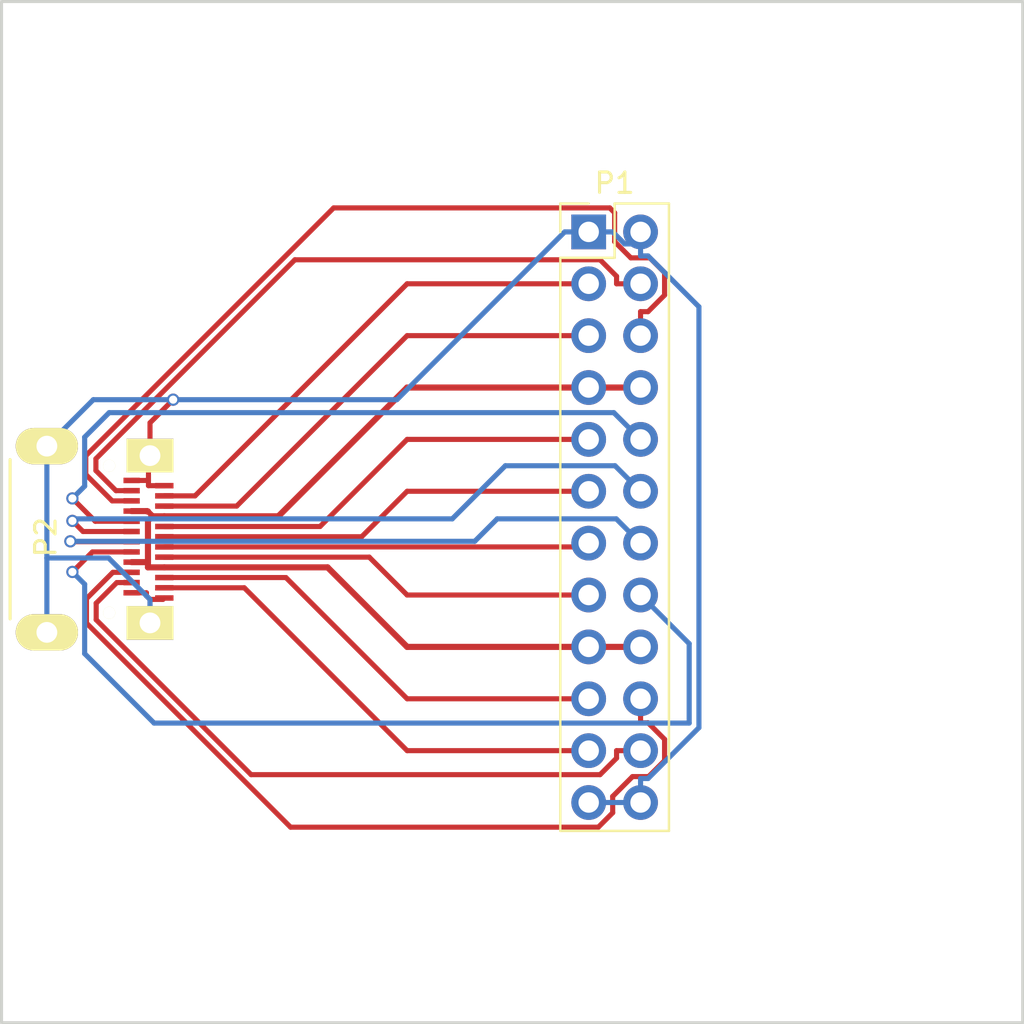
<source format=kicad_pcb>
(kicad_pcb (version 20171130) (host pcbnew "(5.1.12)-1")

  (general
    (thickness 1.6)
    (drawings 4)
    (tracks 157)
    (zones 0)
    (modules 2)
    (nets 19)
  )

  (page A4)
  (layers
    (0 F.Cu signal)
    (31 B.Cu signal)
    (32 B.Adhes user)
    (33 F.Adhes user hide)
    (34 B.Paste user)
    (35 F.Paste user)
    (36 B.SilkS user)
    (37 F.SilkS user)
    (38 B.Mask user)
    (39 F.Mask user)
    (40 Dwgs.User user)
    (41 Cmts.User user)
    (42 Eco1.User user)
    (43 Eco2.User user)
    (44 Edge.Cuts user)
    (45 Margin user)
    (46 B.CrtYd user)
    (47 F.CrtYd user)
    (48 B.Fab user)
    (49 F.Fab user)
  )

  (setup
    (last_trace_width 0.25)
    (trace_clearance 0.2)
    (zone_clearance 0.508)
    (zone_45_only no)
    (trace_min 0.2)
    (via_size 0.6)
    (via_drill 0.4)
    (via_min_size 0.4)
    (via_min_drill 0.3)
    (uvia_size 0.3)
    (uvia_drill 0.1)
    (uvias_allowed no)
    (uvia_min_size 0.2)
    (uvia_min_drill 0.1)
    (edge_width 0.15)
    (segment_width 0.2)
    (pcb_text_width 0.3)
    (pcb_text_size 1.5 1.5)
    (mod_edge_width 0.15)
    (mod_text_size 1 1)
    (mod_text_width 0.15)
    (pad_size 1.524 1.524)
    (pad_drill 0.762)
    (pad_to_mask_clearance 0.2)
    (aux_axis_origin 0 0)
    (visible_elements 7FFFFFFF)
    (pcbplotparams
      (layerselection 0x00030_80000001)
      (usegerberextensions false)
      (usegerberattributes true)
      (usegerberadvancedattributes true)
      (creategerberjobfile true)
      (excludeedgelayer true)
      (linewidth 0.100000)
      (plotframeref false)
      (viasonmask false)
      (mode 1)
      (useauxorigin false)
      (hpglpennumber 1)
      (hpglpenspeed 20)
      (hpglpendiameter 15.000000)
      (psnegative false)
      (psa4output false)
      (plotreference true)
      (plotvalue true)
      (plotinvisibletext false)
      (padsonsilk false)
      (subtractmaskfromsilk false)
      (outputformat 1)
      (mirror false)
      (drillshape 1)
      (scaleselection 1)
      (outputdirectory ""))
  )

  (net 0 "")
  (net 1 GND)
  (net 2 "Net-(P1-Pad3)")
  (net 3 "Net-(P1-Pad4)")
  (net 4 "Net-(P1-Pad5)")
  (net 5 "Net-(P1-Pad6)")
  (net 6 VCC)
  (net 7 "Net-(P1-Pad9)")
  (net 8 "Net-(P1-Pad10)")
  (net 9 "Net-(P1-Pad11)")
  (net 10 "Net-(P1-Pad12)")
  (net 11 "Net-(P1-Pad13)")
  (net 12 "Net-(P1-Pad14)")
  (net 13 "Net-(P1-Pad15)")
  (net 14 "Net-(P1-Pad16)")
  (net 15 "Net-(P1-Pad19)")
  (net 16 "Net-(P1-Pad20)")
  (net 17 "Net-(P1-Pad21)")
  (net 18 "Net-(P1-Pad22)")

  (net_class Default "This is the default net class."
    (clearance 0.2)
    (trace_width 0.25)
    (via_dia 0.6)
    (via_drill 0.4)
    (uvia_dia 0.3)
    (uvia_drill 0.1)
    (add_net GND)
    (add_net "Net-(P1-Pad10)")
    (add_net "Net-(P1-Pad11)")
    (add_net "Net-(P1-Pad12)")
    (add_net "Net-(P1-Pad13)")
    (add_net "Net-(P1-Pad14)")
    (add_net "Net-(P1-Pad15)")
    (add_net "Net-(P1-Pad16)")
    (add_net "Net-(P1-Pad19)")
    (add_net "Net-(P1-Pad20)")
    (add_net "Net-(P1-Pad21)")
    (add_net "Net-(P1-Pad22)")
    (add_net "Net-(P1-Pad3)")
    (add_net "Net-(P1-Pad4)")
    (add_net "Net-(P1-Pad5)")
    (add_net "Net-(P1-Pad6)")
    (add_net "Net-(P1-Pad9)")
  )

  (net_class PWR ""
    (clearance 0.2)
    (trace_width 0.3)
    (via_dia 0.6)
    (via_drill 0.4)
    (uvia_dia 0.3)
    (uvia_drill 0.1)
    (add_net VCC)
  )

  (module Pin_Headers:Pin_Header_Straight_2x12_Pitch2.54mm (layer F.Cu) (tedit 5862ED54) (tstamp 589B0EA9)
    (at 157.48 82.55)
    (descr "Through hole straight pin header, 2x12, 2.54mm pitch, double rows")
    (tags "Through hole pin header THT 2x12 2.54mm double row")
    (path /589B05FD)
    (fp_text reference P1 (at 1.27 -2.39) (layer F.SilkS)
      (effects (font (size 1 1) (thickness 0.15)))
    )
    (fp_text value CONN_02X12 (at 1.27 30.33) (layer F.Fab)
      (effects (font (size 1 1) (thickness 0.15)))
    )
    (fp_line (start 4.1 -1.6) (end -1.6 -1.6) (layer F.CrtYd) (width 0.05))
    (fp_line (start 4.1 29.5) (end 4.1 -1.6) (layer F.CrtYd) (width 0.05))
    (fp_line (start -1.6 29.5) (end 4.1 29.5) (layer F.CrtYd) (width 0.05))
    (fp_line (start -1.6 -1.6) (end -1.6 29.5) (layer F.CrtYd) (width 0.05))
    (fp_line (start -1.39 -1.39) (end 0 -1.39) (layer F.SilkS) (width 0.12))
    (fp_line (start -1.39 0) (end -1.39 -1.39) (layer F.SilkS) (width 0.12))
    (fp_line (start 1.27 1.27) (end -1.39 1.27) (layer F.SilkS) (width 0.12))
    (fp_line (start 1.27 -1.39) (end 1.27 1.27) (layer F.SilkS) (width 0.12))
    (fp_line (start 3.93 -1.39) (end 1.27 -1.39) (layer F.SilkS) (width 0.12))
    (fp_line (start 3.93 29.33) (end 3.93 -1.39) (layer F.SilkS) (width 0.12))
    (fp_line (start -1.39 29.33) (end 3.93 29.33) (layer F.SilkS) (width 0.12))
    (fp_line (start -1.39 1.27) (end -1.39 29.33) (layer F.SilkS) (width 0.12))
    (fp_line (start 3.81 -1.27) (end -1.27 -1.27) (layer F.Fab) (width 0.1))
    (fp_line (start 3.81 29.21) (end 3.81 -1.27) (layer F.Fab) (width 0.1))
    (fp_line (start -1.27 29.21) (end 3.81 29.21) (layer F.Fab) (width 0.1))
    (fp_line (start -1.27 -1.27) (end -1.27 29.21) (layer F.Fab) (width 0.1))
    (pad 1 thru_hole rect (at 0 0) (size 1.7 1.7) (drill 1) (layers *.Cu *.Mask)
      (net 1 GND))
    (pad 2 thru_hole oval (at 2.54 0) (size 1.7 1.7) (drill 1) (layers *.Cu *.Mask)
      (net 1 GND))
    (pad 3 thru_hole oval (at 0 2.54) (size 1.7 1.7) (drill 1) (layers *.Cu *.Mask)
      (net 2 "Net-(P1-Pad3)"))
    (pad 4 thru_hole oval (at 2.54 2.54) (size 1.7 1.7) (drill 1) (layers *.Cu *.Mask)
      (net 3 "Net-(P1-Pad4)"))
    (pad 5 thru_hole oval (at 0 5.08) (size 1.7 1.7) (drill 1) (layers *.Cu *.Mask)
      (net 4 "Net-(P1-Pad5)"))
    (pad 6 thru_hole oval (at 2.54 5.08) (size 1.7 1.7) (drill 1) (layers *.Cu *.Mask)
      (net 5 "Net-(P1-Pad6)"))
    (pad 7 thru_hole oval (at 0 7.62) (size 1.7 1.7) (drill 1) (layers *.Cu *.Mask)
      (net 6 VCC))
    (pad 8 thru_hole oval (at 2.54 7.62) (size 1.7 1.7) (drill 1) (layers *.Cu *.Mask)
      (net 6 VCC))
    (pad 9 thru_hole oval (at 0 10.16) (size 1.7 1.7) (drill 1) (layers *.Cu *.Mask)
      (net 7 "Net-(P1-Pad9)"))
    (pad 10 thru_hole oval (at 2.54 10.16) (size 1.7 1.7) (drill 1) (layers *.Cu *.Mask)
      (net 8 "Net-(P1-Pad10)"))
    (pad 11 thru_hole oval (at 0 12.7) (size 1.7 1.7) (drill 1) (layers *.Cu *.Mask)
      (net 9 "Net-(P1-Pad11)"))
    (pad 12 thru_hole oval (at 2.54 12.7) (size 1.7 1.7) (drill 1) (layers *.Cu *.Mask)
      (net 10 "Net-(P1-Pad12)"))
    (pad 13 thru_hole oval (at 0 15.24) (size 1.7 1.7) (drill 1) (layers *.Cu *.Mask)
      (net 11 "Net-(P1-Pad13)"))
    (pad 14 thru_hole oval (at 2.54 15.24) (size 1.7 1.7) (drill 1) (layers *.Cu *.Mask)
      (net 12 "Net-(P1-Pad14)"))
    (pad 15 thru_hole oval (at 0 17.78) (size 1.7 1.7) (drill 1) (layers *.Cu *.Mask)
      (net 13 "Net-(P1-Pad15)"))
    (pad 16 thru_hole oval (at 2.54 17.78) (size 1.7 1.7) (drill 1) (layers *.Cu *.Mask)
      (net 14 "Net-(P1-Pad16)"))
    (pad 17 thru_hole oval (at 0 20.32) (size 1.7 1.7) (drill 1) (layers *.Cu *.Mask)
      (net 6 VCC))
    (pad 18 thru_hole oval (at 2.54 20.32) (size 1.7 1.7) (drill 1) (layers *.Cu *.Mask)
      (net 6 VCC))
    (pad 19 thru_hole oval (at 0 22.86) (size 1.7 1.7) (drill 1) (layers *.Cu *.Mask)
      (net 15 "Net-(P1-Pad19)"))
    (pad 20 thru_hole oval (at 2.54 22.86) (size 1.7 1.7) (drill 1) (layers *.Cu *.Mask)
      (net 16 "Net-(P1-Pad20)"))
    (pad 21 thru_hole oval (at 0 25.4) (size 1.7 1.7) (drill 1) (layers *.Cu *.Mask)
      (net 17 "Net-(P1-Pad21)"))
    (pad 22 thru_hole oval (at 2.54 25.4) (size 1.7 1.7) (drill 1) (layers *.Cu *.Mask)
      (net 18 "Net-(P1-Pad22)"))
    (pad 23 thru_hole oval (at 0 27.94) (size 1.7 1.7) (drill 1) (layers *.Cu *.Mask)
      (net 1 GND))
    (pad 24 thru_hole oval (at 2.54 27.94) (size 1.7 1.7) (drill 1) (layers *.Cu *.Mask)
      (net 1 GND))
    (model Pin_Headers.3dshapes/Pin_Header_Straight_2x12_Pitch2.54mm.wrl
      (offset (xyz 1.269999980926514 -13.96999979019165 0))
      (scale (xyz 1 1 1))
      (rotate (xyz 0 0 90))
    )
  )

  (module usb-typec:JAE-DX07S024JJ2-oshpark (layer F.Cu) (tedit 589B08DF) (tstamp 589B0ECC)
    (at 134 94 270)
    (path /589B059D)
    (fp_text reference P2 (at 3.5 3.106 270) (layer F.SilkS)
      (effects (font (size 1 1) (thickness 0.15)))
    )
    (fp_text value USB_TYPE_C (at 5.22 -13.1 270) (layer F.Fab)
      (effects (font (size 1 1) (thickness 0.15)))
    )
    (fp_line (start -0.3 4.85) (end 7.5 4.85) (layer F.SilkS) (width 0.15))
    (pad A1 smd rect (at 0.975 -2.7 270) (size 0.27 0.9) (layers F.Cu F.Paste F.Mask)
      (net 1 GND))
    (pad A2 smd rect (at 1.475 -2.7 270) (size 0.27 0.9) (layers F.Cu F.Paste F.Mask)
      (net 2 "Net-(P1-Pad3)"))
    (pad A3 smd rect (at 1.975 -2.7 270) (size 0.27 0.9) (layers F.Cu F.Paste F.Mask)
      (net 4 "Net-(P1-Pad5)"))
    (pad A4 smd rect (at 2.475 -2.7 270) (size 0.27 0.9) (layers F.Cu F.Paste F.Mask)
      (net 6 VCC))
    (pad A5 smd rect (at 2.975 -2.7 270) (size 0.27 0.9) (layers F.Cu F.Paste F.Mask)
      (net 7 "Net-(P1-Pad9)"))
    (pad A6 smd rect (at 3.475 -2.7 270) (size 0.27 0.9) (layers F.Cu F.Paste F.Mask)
      (net 9 "Net-(P1-Pad11)"))
    (pad A7 smd rect (at 3.975 -2.7 270) (size 0.27 0.9) (layers F.Cu F.Paste F.Mask)
      (net 11 "Net-(P1-Pad13)"))
    (pad A8 smd rect (at 4.475 -2.7 270) (size 0.27 0.9) (layers F.Cu F.Paste F.Mask)
      (net 13 "Net-(P1-Pad15)"))
    (pad A9 smd rect (at 4.975 -2.7 270) (size 0.27 0.9) (layers F.Cu F.Paste F.Mask)
      (net 6 VCC))
    (pad A10 smd rect (at 5.475 -2.7 270) (size 0.27 0.9) (layers F.Cu F.Paste F.Mask)
      (net 15 "Net-(P1-Pad19)"))
    (pad A11 smd rect (at 5.975 -2.7 270) (size 0.27 0.9) (layers F.Cu F.Paste F.Mask)
      (net 17 "Net-(P1-Pad21)"))
    (pad A12 smd rect (at 6.475 -2.7 270) (size 0.27 0.9) (layers F.Cu F.Paste F.Mask)
      (net 1 GND))
    (pad B1 smd rect (at 6.22 -1.1 270) (size 0.27 0.8) (layers F.Cu F.Paste F.Mask)
      (net 1 GND))
    (pad B2 smd rect (at 5.72 -1.1 270) (size 0.27 0.8) (layers F.Cu F.Paste F.Mask)
      (net 18 "Net-(P1-Pad22)"))
    (pad B3 smd rect (at 5.22 -1.1 270) (size 0.27 0.8) (layers F.Cu F.Paste F.Mask)
      (net 16 "Net-(P1-Pad20)"))
    (pad B4 smd rect (at 4.72 -1.1 270) (size 0.27 0.8) (layers F.Cu F.Paste F.Mask)
      (net 6 VCC))
    (pad B5 smd rect (at 4.22 -1.1 270) (size 0.27 0.8) (layers F.Cu F.Paste F.Mask)
      (net 14 "Net-(P1-Pad16)"))
    (pad B6 smd rect (at 3.72 -1.1 270) (size 0.27 0.8) (layers F.Cu F.Paste F.Mask)
      (net 12 "Net-(P1-Pad14)"))
    (pad B7 smd rect (at 3.22 -1.1 270) (size 0.27 0.8) (layers F.Cu F.Paste F.Mask)
      (net 10 "Net-(P1-Pad12)"))
    (pad B8 smd rect (at 2.72 -1.1 270) (size 0.27 0.8) (layers F.Cu F.Paste F.Mask)
      (net 8 "Net-(P1-Pad10)"))
    (pad B9 smd rect (at 2.22 -1.1 270) (size 0.27 0.8) (layers F.Cu F.Paste F.Mask)
      (net 6 VCC))
    (pad B10 smd rect (at 1.72 -1.1 270) (size 0.27 0.8) (layers F.Cu F.Paste F.Mask)
      (net 5 "Net-(P1-Pad6)"))
    (pad B11 smd rect (at 1.22 -1.1 270) (size 0.27 0.8) (layers F.Cu F.Paste F.Mask)
      (net 3 "Net-(P1-Pad4)"))
    (pad B12 smd rect (at 0.72 -1.1 270) (size 0.27 0.8) (layers F.Cu F.Paste F.Mask)
      (net 1 GND))
    (pad "" np_thru_hole circle (at 0 0 270) (size 0.6 0.6) (drill 0.6) (layers *.Cu *.Mask F.SilkS))
    (pad "" np_thru_hole oval (at 7.2 0 270) (size 0.6 0.6) (drill 0.6) (layers *.Cu *.Mask F.SilkS))
    (pad 0 thru_hole rect (at -0.495 -2 270) (size 1.65 2.3) (drill 1.016) (layers *.Cu *.Mask F.SilkS)
      (net 1 GND))
    (pad 0 thru_hole rect (at 7.695 -2 270) (size 1.65 2.3) (drill 1.016) (layers *.Cu *.Mask F.SilkS)
      (net 1 GND))
    (pad 0 thru_hole oval (at -0.96012 3.05 270) (size 1.778 3.048) (drill 1.016) (layers *.Cu *.Mask F.SilkS)
      (net 1 GND))
    (pad 0 thru_hole oval (at 8.15848 3.05 270) (size 1.778 3.048) (drill 1.016) (layers *.Cu *.Mask F.SilkS)
      (net 1 GND))
  )

  (gr_line (start 128.73 121.27) (end 128.73 71.27) (angle 90) (layer Edge.Cuts) (width 0.15))
  (gr_line (start 178.73 121.27) (end 128.73 121.27) (angle 90) (layer Edge.Cuts) (width 0.15))
  (gr_line (start 178.73 71.27) (end 178.73 121.27) (angle 90) (layer Edge.Cuts) (width 0.15))
  (gr_line (start 128.73 71.27) (end 178.73 71.27) (angle 90) (layer Edge.Cuts) (width 0.15))

  (segment (start 157.48 82.55) (end 158.6551 82.55) (width 0.25) (layer B.Cu) (net 1))
  (segment (start 160.02 83.1375) (end 159.2426 83.1375) (width 0.25) (layer B.Cu) (net 1))
  (segment (start 159.2426 83.1375) (end 158.6551 82.55) (width 0.25) (layer B.Cu) (net 1))
  (segment (start 160.02 83.1375) (end 160.02 83.7251) (width 0.25) (layer B.Cu) (net 1))
  (segment (start 160.02 82.55) (end 160.02 83.1375) (width 0.25) (layer B.Cu) (net 1))
  (segment (start 160.02 110.49) (end 160.02 109.3149) (width 0.25) (layer B.Cu) (net 1))
  (segment (start 160.02 109.3149) (end 160.3872 109.3149) (width 0.25) (layer B.Cu) (net 1))
  (segment (start 160.3872 109.3149) (end 162.8776 106.8245) (width 0.25) (layer B.Cu) (net 1))
  (segment (start 162.8776 106.8245) (end 162.8776 86.2175) (width 0.25) (layer B.Cu) (net 1))
  (segment (start 162.8776 86.2175) (end 160.3852 83.7251) (width 0.25) (layer B.Cu) (net 1))
  (segment (start 160.3852 83.7251) (end 160.02 83.7251) (width 0.25) (layer B.Cu) (net 1))
  (segment (start 160.02 110.49) (end 157.48 110.49) (width 0.25) (layer B.Cu) (net 1))
  (segment (start 157.48 82.55) (end 156.3049 82.55) (width 0.25) (layer B.Cu) (net 1))
  (segment (start 137.1338 90.7646) (end 148.0903 90.7646) (width 0.25) (layer B.Cu) (net 1))
  (segment (start 148.0903 90.7646) (end 156.3049 82.55) (width 0.25) (layer B.Cu) (net 1))
  (segment (start 130.95 93.0399) (end 133.2253 90.7646) (width 0.25) (layer B.Cu) (net 1))
  (segment (start 133.2253 90.7646) (end 137.1338 90.7646) (width 0.25) (layer B.Cu) (net 1))
  (segment (start 136 92.3549) (end 136 91.8984) (width 0.25) (layer F.Cu) (net 1))
  (segment (start 136 91.8984) (end 137.1338 90.7646) (width 0.25) (layer F.Cu) (net 1))
  (segment (start 136 93.505) (end 136 92.3549) (width 0.25) (layer F.Cu) (net 1))
  (segment (start 130.95 98.5155) (end 130.95 93.0399) (width 0.25) (layer B.Cu) (net 1))
  (segment (start 135.1 100.22) (end 135.8251 100.22) (width 0.25) (layer F.Cu) (net 1))
  (segment (start 135.8251 100.22) (end 135.8251 100.37) (width 0.25) (layer F.Cu) (net 1))
  (segment (start 135.8251 100.37) (end 136 100.5449) (width 0.25) (layer F.Cu) (net 1))
  (segment (start 135.9249 94.72) (end 135.9249 94.975) (width 0.25) (layer F.Cu) (net 1))
  (segment (start 136 94.08) (end 135.9249 94.1551) (width 0.25) (layer F.Cu) (net 1))
  (segment (start 135.9249 94.1551) (end 135.9249 94.72) (width 0.25) (layer F.Cu) (net 1))
  (segment (start 135.9249 94.72) (end 135.8251 94.72) (width 0.25) (layer F.Cu) (net 1))
  (segment (start 136.7 94.975) (end 135.9249 94.975) (width 0.25) (layer F.Cu) (net 1))
  (segment (start 136 93.505) (end 136 94.08) (width 0.25) (layer F.Cu) (net 1))
  (segment (start 135.1 94.72) (end 135.8251 94.72) (width 0.25) (layer F.Cu) (net 1))
  (segment (start 136 101.695) (end 136 100.5449) (width 0.25) (layer F.Cu) (net 1))
  (segment (start 136 100.5449) (end 136.6301 100.5449) (width 0.25) (layer F.Cu) (net 1))
  (segment (start 136.6301 100.5449) (end 136.7 100.475) (width 0.25) (layer F.Cu) (net 1))
  (segment (start 130.95 102.1585) (end 130.95 98.5155) (width 0.25) (layer B.Cu) (net 1))
  (segment (start 130.95 98.5155) (end 133.9706 98.5155) (width 0.25) (layer B.Cu) (net 1))
  (segment (start 133.9706 98.5155) (end 136 100.5449) (width 0.25) (layer B.Cu) (net 1))
  (segment (start 136 101.695) (end 136 100.5449) (width 0.25) (layer B.Cu) (net 1))
  (via (at 137.1338 90.7646) (size 0.6) (layers F.Cu B.Cu) (net 1))
  (segment (start 136.7 95.475) (end 138.205 95.475) (width 0.25) (layer F.Cu) (net 2))
  (segment (start 138.205 95.475) (end 148.59 85.09) (width 0.25) (layer F.Cu) (net 2))
  (segment (start 148.59 85.09) (end 157.48 85.09) (width 0.25) (layer F.Cu) (net 2))
  (segment (start 160.02 85.09) (end 158.845 85.09) (width 0.25) (layer F.Cu) (net 3))
  (segment (start 158.845 85.09) (end 158.845 84.7226) (width 0.25) (layer F.Cu) (net 3))
  (segment (start 158.845 84.7226) (end 158.037 83.9147) (width 0.25) (layer F.Cu) (net 3))
  (segment (start 158.037 83.9147) (end 143.094 83.9147) (width 0.25) (layer F.Cu) (net 3))
  (segment (start 143.094 83.9147) (end 133.351 93.6582) (width 0.25) (layer F.Cu) (net 3))
  (segment (start 133.351 93.6582) (end 133.351 94.2367) (width 0.25) (layer F.Cu) (net 3))
  (segment (start 133.351 94.2367) (end 134.334 95.22) (width 0.25) (layer F.Cu) (net 3))
  (segment (start 134.334 95.22) (end 135.1 95.22) (width 0.25) (layer F.Cu) (net 3))
  (segment (start 136.7 95.975) (end 140.245 95.975) (width 0.25) (layer F.Cu) (net 4))
  (segment (start 140.245 95.975) (end 148.59 87.63) (width 0.25) (layer F.Cu) (net 4))
  (segment (start 148.59 87.63) (end 157.48 87.63) (width 0.25) (layer F.Cu) (net 4))
  (segment (start 160.02 87.63) (end 160.02 86.4547) (width 0.25) (layer F.Cu) (net 5))
  (segment (start 160.02 86.4547) (end 160.387 86.4547) (width 0.25) (layer F.Cu) (net 5))
  (segment (start 160.387 86.4547) (end 161.195 85.6468) (width 0.25) (layer F.Cu) (net 5))
  (segment (start 161.195 85.6468) (end 161.195 84.5433) (width 0.25) (layer F.Cu) (net 5))
  (segment (start 161.195 84.5433) (end 160.472 83.82) (width 0.25) (layer F.Cu) (net 5))
  (segment (start 160.472 83.82) (end 159.542 83.82) (width 0.25) (layer F.Cu) (net 5))
  (segment (start 159.542 83.82) (end 158.75 83.0283) (width 0.25) (layer F.Cu) (net 5))
  (segment (start 158.75 83.0283) (end 158.75 81.6135) (width 0.25) (layer F.Cu) (net 5))
  (segment (start 158.75 81.6135) (end 158.511 81.3746) (width 0.25) (layer F.Cu) (net 5))
  (segment (start 158.511 81.3746) (end 144.992 81.3746) (width 0.25) (layer F.Cu) (net 5))
  (segment (start 144.992 81.3746) (end 132.855 93.5123) (width 0.25) (layer F.Cu) (net 5))
  (segment (start 132.855 93.5123) (end 132.855 94.4282) (width 0.25) (layer F.Cu) (net 5))
  (segment (start 132.855 94.4282) (end 134.147 95.72) (width 0.25) (layer F.Cu) (net 5))
  (segment (start 134.147 95.72) (end 135.1 95.72) (width 0.25) (layer F.Cu) (net 5))
  (segment (start 136.113 96.475) (end 135.9 96.6884) (width 0.3) (layer F.Cu) (net 6))
  (segment (start 135.9 96.6884) (end 135.9 98.72) (width 0.3) (layer F.Cu) (net 6))
  (segment (start 136.7 96.475) (end 136.113 96.475) (width 0.3) (layer F.Cu) (net 6))
  (segment (start 136.113 96.475) (end 136.113 96.4481) (width 0.2698) (layer F.Cu) (net 6))
  (segment (start 136.113 96.4481) (end 135.9 96.2346) (width 0.2698) (layer F.Cu) (net 6))
  (segment (start 135.1 96.22) (end 135.85 96.22) (width 0.3) (layer F.Cu) (net 6))
  (segment (start 135.85 96.22) (end 135.865 96.2346) (width 0.3) (layer F.Cu) (net 6))
  (segment (start 135.865 96.2346) (end 135.9 96.2346) (width 0.3) (layer F.Cu) (net 6))
  (segment (start 135.9 98.72) (end 135.9 98.975) (width 0.3) (layer F.Cu) (net 6))
  (segment (start 135.9 98.975) (end 136.7 98.975) (width 0.3) (layer F.Cu) (net 6))
  (segment (start 135.9 98.72) (end 135.1 98.72) (width 0.3) (layer F.Cu) (net 6))
  (segment (start 160.02 102.87) (end 157.48 102.87) (width 0.3) (layer F.Cu) (net 6))
  (segment (start 157.48 90.17) (end 160.02 90.17) (width 0.3) (layer F.Cu) (net 6))
  (segment (start 136.7 96.475) (end 142.285 96.475) (width 0.3) (layer F.Cu) (net 6))
  (segment (start 142.285 96.475) (end 148.59 90.17) (width 0.3) (layer F.Cu) (net 6))
  (segment (start 148.59 90.17) (end 157.48 90.17) (width 0.3) (layer F.Cu) (net 6))
  (segment (start 136.7 98.975) (end 144.695 98.975) (width 0.3) (layer F.Cu) (net 6))
  (segment (start 144.695 98.975) (end 148.59 102.87) (width 0.3) (layer F.Cu) (net 6))
  (segment (start 148.59 102.87) (end 157.48 102.87) (width 0.3) (layer F.Cu) (net 6))
  (segment (start 136.7 96.975) (end 144.325 96.975) (width 0.25) (layer F.Cu) (net 7))
  (segment (start 144.325 96.975) (end 148.59 92.71) (width 0.25) (layer F.Cu) (net 7))
  (segment (start 148.59 92.71) (end 157.48 92.71) (width 0.25) (layer F.Cu) (net 7))
  (segment (start 135.1 96.72) (end 133.32 96.72) (width 0.25) (layer F.Cu) (net 8))
  (segment (start 133.32 96.72) (end 132.2 95.6) (width 0.25) (layer F.Cu) (net 8))
  (segment (start 132.2 95.6) (end 132.8 95) (width 0.25) (layer B.Cu) (net 8))
  (segment (start 132.8 95) (end 132.8 92.6) (width 0.25) (layer B.Cu) (net 8))
  (segment (start 132.8 92.6) (end 134 91.4) (width 0.25) (layer B.Cu) (net 8))
  (segment (start 134 91.4) (end 158.71 91.4) (width 0.25) (layer B.Cu) (net 8))
  (segment (start 158.71 91.4) (end 160.02 92.71) (width 0.25) (layer B.Cu) (net 8))
  (via (at 132.2 95.6) (size 0.6) (layers F.Cu B.Cu) (net 8))
  (segment (start 136.7 97.475) (end 146.365 97.475) (width 0.25) (layer F.Cu) (net 9))
  (segment (start 146.365 97.475) (end 148.59 95.25) (width 0.25) (layer F.Cu) (net 9))
  (segment (start 148.59 95.25) (end 157.48 95.25) (width 0.25) (layer F.Cu) (net 9))
  (segment (start 135.1 97.22) (end 132.72 97.22) (width 0.25) (layer F.Cu) (net 10))
  (segment (start 132.72 97.22) (end 132.2 96.7) (width 0.25) (layer F.Cu) (net 10))
  (segment (start 132.2 96.7) (end 132.3 96.6) (width 0.25) (layer B.Cu) (net 10))
  (segment (start 132.3 96.6) (end 150.8 96.6) (width 0.25) (layer B.Cu) (net 10))
  (segment (start 150.8 96.6) (end 153.4 94) (width 0.25) (layer B.Cu) (net 10))
  (segment (start 153.4 94) (end 158.77 94) (width 0.25) (layer B.Cu) (net 10))
  (segment (start 158.77 94) (end 160.02 95.25) (width 0.25) (layer B.Cu) (net 10))
  (via (at 132.2 96.7) (size 0.6) (layers F.Cu B.Cu) (net 10))
  (segment (start 136.7 97.975) (end 157.295 97.975) (width 0.25) (layer F.Cu) (net 11))
  (segment (start 157.295 97.975) (end 157.48 97.79) (width 0.25) (layer F.Cu) (net 11))
  (segment (start 135.1 97.72) (end 132.12 97.72) (width 0.25) (layer F.Cu) (net 12))
  (segment (start 132.12 97.72) (end 132.1 97.7) (width 0.25) (layer F.Cu) (net 12))
  (segment (start 132.1 97.7) (end 151.9 97.7) (width 0.25) (layer B.Cu) (net 12))
  (segment (start 151.9 97.7) (end 153 96.6) (width 0.25) (layer B.Cu) (net 12))
  (segment (start 153 96.6) (end 158.83 96.6) (width 0.25) (layer B.Cu) (net 12))
  (segment (start 158.83 96.6) (end 160.02 97.79) (width 0.25) (layer B.Cu) (net 12))
  (via (at 132.1 97.7) (size 0.6) (layers F.Cu B.Cu) (net 12))
  (segment (start 136.7 98.475) (end 146.735 98.475) (width 0.25) (layer F.Cu) (net 13))
  (segment (start 146.735 98.475) (end 148.59 100.33) (width 0.25) (layer F.Cu) (net 13))
  (segment (start 148.59 100.33) (end 157.48 100.33) (width 0.25) (layer F.Cu) (net 13))
  (segment (start 132.2 99.2) (end 132.8 99.8) (width 0.25) (layer B.Cu) (net 14))
  (segment (start 132.8 99.8) (end 132.8 103.2) (width 0.25) (layer B.Cu) (net 14))
  (segment (start 132.8 103.2) (end 136.2 106.6) (width 0.25) (layer B.Cu) (net 14))
  (segment (start 136.2 106.6) (end 162.4 106.6) (width 0.25) (layer B.Cu) (net 14))
  (segment (start 162.4 106.6) (end 162.4 102.71) (width 0.25) (layer B.Cu) (net 14))
  (segment (start 162.4 102.71) (end 160.02 100.33) (width 0.25) (layer B.Cu) (net 14))
  (segment (start 135.1 98.22) (end 133.18 98.22) (width 0.25) (layer F.Cu) (net 14))
  (segment (start 133.18 98.22) (end 132.2 99.2) (width 0.25) (layer F.Cu) (net 14))
  (via (at 132.2 99.2) (size 0.6) (layers F.Cu B.Cu) (net 14))
  (segment (start 136.7 99.475) (end 142.655 99.475) (width 0.25) (layer F.Cu) (net 15))
  (segment (start 142.655 99.475) (end 148.59 105.41) (width 0.25) (layer F.Cu) (net 15))
  (segment (start 148.59 105.41) (end 157.48 105.41) (width 0.25) (layer F.Cu) (net 15))
  (segment (start 160.02 105.41) (end 160.02 106.585) (width 0.25) (layer F.Cu) (net 16))
  (segment (start 160.02 106.585) (end 160.387 106.585) (width 0.25) (layer F.Cu) (net 16))
  (segment (start 160.387 106.585) (end 161.195 107.393) (width 0.25) (layer F.Cu) (net 16))
  (segment (start 161.195 107.393) (end 161.195 108.437) (width 0.25) (layer F.Cu) (net 16))
  (segment (start 161.195 108.437) (end 160.412 109.22) (width 0.25) (layer F.Cu) (net 16))
  (segment (start 160.412 109.22) (end 159.626 109.22) (width 0.25) (layer F.Cu) (net 16))
  (segment (start 159.626 109.22) (end 158.655 110.19) (width 0.25) (layer F.Cu) (net 16))
  (segment (start 158.655 110.19) (end 158.655 110.992) (width 0.25) (layer F.Cu) (net 16))
  (segment (start 158.655 110.992) (end 157.95 111.698) (width 0.25) (layer F.Cu) (net 16))
  (segment (start 157.95 111.698) (end 142.883 111.698) (width 0.25) (layer F.Cu) (net 16))
  (segment (start 142.883 111.698) (end 132.889 101.704) (width 0.25) (layer F.Cu) (net 16))
  (segment (start 132.889 101.704) (end 132.889 100.511) (width 0.25) (layer F.Cu) (net 16))
  (segment (start 132.889 100.511) (end 134.18 99.22) (width 0.25) (layer F.Cu) (net 16))
  (segment (start 134.18 99.22) (end 135.1 99.22) (width 0.25) (layer F.Cu) (net 16))
  (segment (start 136.7 99.975) (end 140.615 99.975) (width 0.25) (layer F.Cu) (net 17))
  (segment (start 140.615 99.975) (end 148.59 107.95) (width 0.25) (layer F.Cu) (net 17))
  (segment (start 148.59 107.95) (end 157.48 107.95) (width 0.25) (layer F.Cu) (net 17))
  (segment (start 160.02 107.95) (end 158.845 107.95) (width 0.25) (layer F.Cu) (net 18))
  (segment (start 158.845 107.95) (end 158.845 108.317) (width 0.25) (layer F.Cu) (net 18))
  (segment (start 158.845 108.317) (end 158.037 109.125) (width 0.25) (layer F.Cu) (net 18))
  (segment (start 158.037 109.125) (end 140.949 109.125) (width 0.25) (layer F.Cu) (net 18))
  (segment (start 140.949 109.125) (end 133.365 101.541) (width 0.25) (layer F.Cu) (net 18))
  (segment (start 133.365 101.541) (end 133.365 100.73) (width 0.25) (layer F.Cu) (net 18))
  (segment (start 133.365 100.73) (end 134.375 99.72) (width 0.25) (layer F.Cu) (net 18))
  (segment (start 134.375 99.72) (end 135.1 99.72) (width 0.25) (layer F.Cu) (net 18))

)

</source>
